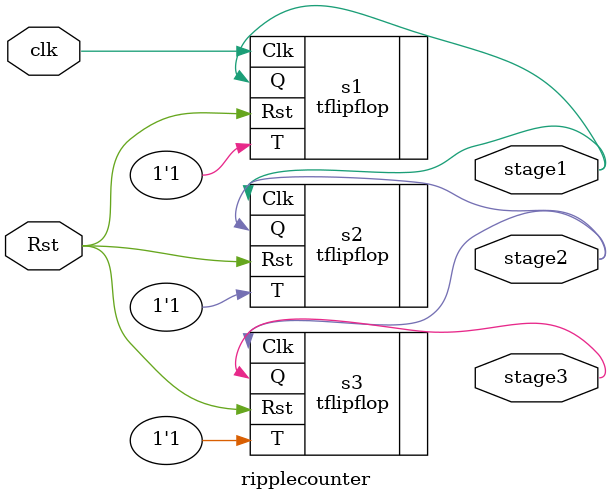
<source format=v>
module ripplecounter(
    input clk, Rst,
    output wire stage1, stage2, stage3
    ); 
    tflipflop s1 (
       .Rst(Rst),
       .T(1'b1),
       .Clk(clk),
       .Q(stage1)
    );
    
    tflipflop s2 (
    .Rst(Rst),
        .T(1'b1),
        .Clk(stage1),
        .Q(stage2)
    );
    
    tflipflop s3 (
        .Rst(Rst),
        .T(1'b1),
        .Clk(stage2),
        .Q(stage3)
    );
    
    
    
endmodule
</source>
